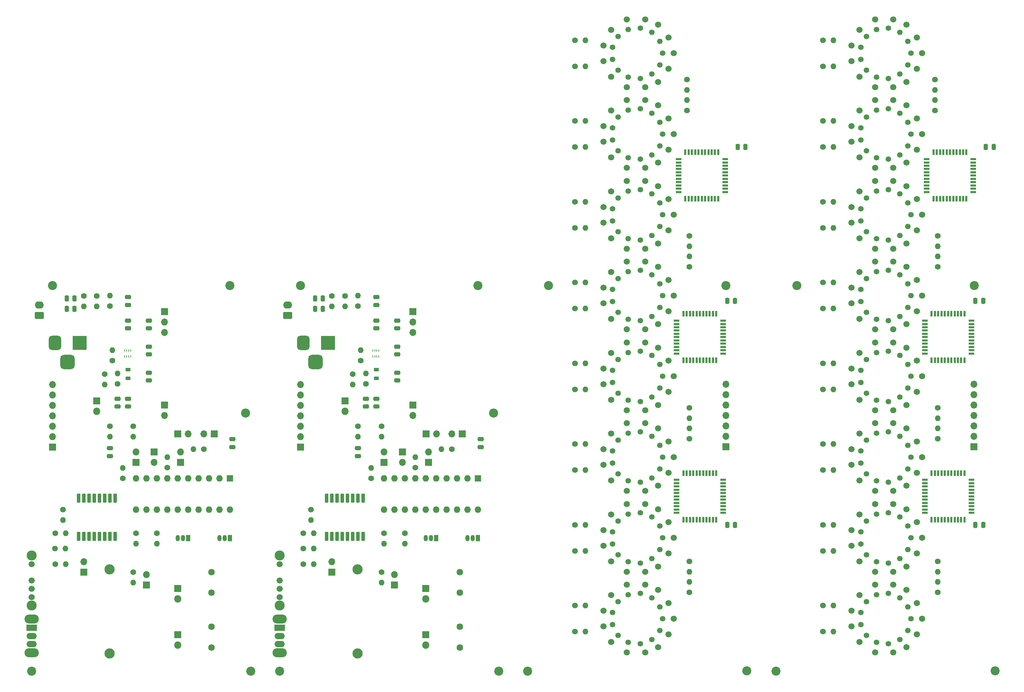
<source format=gts>
G04 #@! TF.GenerationSoftware,KiCad,Pcbnew,7.0.10*
G04 #@! TF.CreationDate,2024-06-25T17:36:47-05:00*
G04 #@! TF.ProjectId,DMClockPanel,444d436c-6f63-46b5-9061-6e656c2e6b69,rev?*
G04 #@! TF.SameCoordinates,Original*
G04 #@! TF.FileFunction,Soldermask,Top*
G04 #@! TF.FilePolarity,Negative*
%FSLAX46Y46*%
G04 Gerber Fmt 4.6, Leading zero omitted, Abs format (unit mm)*
G04 Created by KiCad (PCBNEW 7.0.10) date 2024-06-25 17:36:47*
%MOMM*%
%LPD*%
G01*
G04 APERTURE LIST*
G04 Aperture macros list*
%AMRoundRect*
0 Rectangle with rounded corners*
0 $1 Rounding radius*
0 $2 $3 $4 $5 $6 $7 $8 $9 X,Y pos of 4 corners*
0 Add a 4 corners polygon primitive as box body*
4,1,4,$2,$3,$4,$5,$6,$7,$8,$9,$2,$3,0*
0 Add four circle primitives for the rounded corners*
1,1,$1+$1,$2,$3*
1,1,$1+$1,$4,$5*
1,1,$1+$1,$6,$7*
1,1,$1+$1,$8,$9*
0 Add four rect primitives between the rounded corners*
20,1,$1+$1,$2,$3,$4,$5,0*
20,1,$1+$1,$4,$5,$6,$7,0*
20,1,$1+$1,$6,$7,$8,$9,0*
20,1,$1+$1,$8,$9,$2,$3,0*%
G04 Aperture macros list end*
%ADD10C,1.500000*%
%ADD11C,2.200000*%
%ADD12C,1.400000*%
%ADD13O,1.400000X1.400000*%
%ADD14C,1.612000*%
%ADD15R,1.700000X1.700000*%
%ADD16O,1.700000X1.700000*%
%ADD17R,1.050000X1.500000*%
%ADD18O,1.050000X1.500000*%
%ADD19C,1.346200*%
%ADD20R,0.500800X1.355600*%
%ADD21R,1.355600X0.500800*%
%ADD22R,1.800000X1.800000*%
%ADD23O,1.800000X1.800000*%
%ADD24RoundRect,0.250000X-0.250000X-0.475000X0.250000X-0.475000X0.250000X0.475000X-0.250000X0.475000X0*%
%ADD25R,3.500000X3.500000*%
%ADD26RoundRect,0.750000X-0.750000X-1.000000X0.750000X-1.000000X0.750000X1.000000X-0.750000X1.000000X0*%
%ADD27RoundRect,0.875000X-0.875000X-0.875000X0.875000X-0.875000X0.875000X0.875000X-0.875000X0.875000X0*%
%ADD28RoundRect,0.250000X0.250000X0.475000X-0.250000X0.475000X-0.250000X-0.475000X0.250000X-0.475000X0*%
%ADD29RoundRect,0.250000X-0.475000X0.250000X-0.475000X-0.250000X0.475000X-0.250000X0.475000X0.250000X0*%
%ADD30RoundRect,0.250000X0.845000X-0.620000X0.845000X0.620000X-0.845000X0.620000X-0.845000X-0.620000X0*%
%ADD31O,2.190000X1.740000*%
%ADD32R,1.600000X1.600000*%
%ADD33O,1.600000X1.600000*%
%ADD34C,1.512000*%
%ADD35C,2.454000*%
%ADD36RoundRect,0.250000X0.475000X-0.250000X0.475000X0.250000X-0.475000X0.250000X-0.475000X-0.250000X0*%
%ADD37R,0.250000X0.600000*%
%ADD38O,3.500000X2.200000*%
%ADD39R,2.500000X1.500000*%
%ADD40O,2.500000X1.500000*%
%ADD41C,2.484000*%
%ADD42RoundRect,0.099250X-0.297750X1.027750X-0.297750X-1.027750X0.297750X-1.027750X0.297750X1.027750X0*%
%ADD43RoundRect,0.218750X0.381250X-0.218750X0.381250X0.218750X-0.381250X0.218750X-0.381250X-0.218750X0*%
G04 APERTURE END LIST*
D10*
X223895805Y-65032799D03*
D11*
X72560000Y-84145000D03*
D12*
X109485000Y-118485000D03*
D13*
X109485000Y-121025000D03*
D11*
X24300000Y-178125000D03*
D12*
X156540805Y-89797799D03*
D13*
X159080805Y-89797799D03*
X219500805Y-50427799D03*
D12*
X216960805Y-50427799D03*
X102500000Y-105785000D03*
D13*
X102500000Y-108325000D03*
D10*
X173635805Y-35822799D03*
X173635805Y-134247799D03*
X229610805Y-38997799D03*
X179350805Y-63127799D03*
D14*
X128535000Y-172370000D03*
X128535000Y-167370000D03*
D10*
X241040805Y-165362799D03*
D12*
X184430805Y-72067799D03*
D13*
X184430805Y-74607799D03*
D15*
X59880000Y-120315000D03*
D16*
X62420000Y-120315000D03*
D17*
X72560001Y-145740001D03*
D18*
X71290001Y-145740001D03*
X70020001Y-145740001D03*
D13*
X219500805Y-30742799D03*
D12*
X216960805Y-30742799D03*
D13*
X219500805Y-83447799D03*
D12*
X216960805Y-83447799D03*
D13*
X219500805Y-129167799D03*
D12*
X216960805Y-129167799D03*
D19*
X237629585Y-168238079D03*
X237629585Y-162487519D03*
X238338245Y-165362799D03*
X232895025Y-171507059D03*
X229956245Y-171148919D03*
X227517845Y-169467439D03*
X226141165Y-166843619D03*
X226141165Y-163881979D03*
X227517845Y-161258159D03*
X229956245Y-159576679D03*
X232895025Y-159218539D03*
X235666165Y-160270099D03*
X235666165Y-170455499D03*
D10*
X173635805Y-75192799D03*
D15*
X68750000Y-120340000D03*
D16*
X66210000Y-120340000D03*
D15*
X89800000Y-123515000D03*
D16*
X89800000Y-120975000D03*
X89800000Y-118435000D03*
X89800000Y-115895000D03*
X89800000Y-113355000D03*
X89800000Y-110815000D03*
X89800000Y-108275000D03*
D12*
X117740001Y-128545000D03*
D13*
X117740001Y-126005000D03*
D12*
X156540805Y-168537799D03*
D13*
X159080805Y-168537799D03*
D19*
X237629585Y-30443079D03*
X237629585Y-24692519D03*
X238338245Y-27567799D03*
X232895025Y-33712059D03*
X229956245Y-33353919D03*
X227517845Y-31672439D03*
X226141165Y-29048619D03*
X226141165Y-26086979D03*
X227517845Y-23463159D03*
X229956245Y-21781679D03*
X232895025Y-21423539D03*
X235666165Y-22475099D03*
X235666165Y-32660499D03*
D10*
X229610805Y-58682799D03*
D20*
X243390805Y-129877201D03*
X244190806Y-129877201D03*
X244990805Y-129877201D03*
X245790806Y-129877201D03*
X246590804Y-129877201D03*
X247390805Y-129877201D03*
X248190806Y-129877201D03*
X248990804Y-129877201D03*
X249790805Y-129877201D03*
X250590804Y-129877201D03*
X251390805Y-129877201D03*
D21*
X253068604Y-131555000D03*
X253068604Y-132355001D03*
X253068604Y-133155000D03*
X253068604Y-133955001D03*
X253068604Y-134754999D03*
X253068604Y-135555000D03*
X253068604Y-136355001D03*
X253068604Y-137154999D03*
X253068604Y-137955000D03*
X253068604Y-138754999D03*
X253068604Y-139555000D03*
D20*
X251390805Y-141232799D03*
X250590804Y-141232799D03*
X249790805Y-141232799D03*
X248990804Y-141232799D03*
X248190806Y-141232799D03*
X247390805Y-141232799D03*
X246590804Y-141232799D03*
X245790806Y-141232799D03*
X244990805Y-141232799D03*
X244190806Y-141232799D03*
X243390805Y-141232799D03*
D21*
X241713006Y-139555000D03*
X241713006Y-138754999D03*
X241713006Y-137955000D03*
X241713006Y-137154999D03*
X241713006Y-136355001D03*
X241713006Y-135555000D03*
X241713006Y-134754999D03*
X241713006Y-133955001D03*
X241713006Y-133155000D03*
X241713006Y-132355001D03*
X241713006Y-131555000D03*
D10*
X241040805Y-145677799D03*
X229610805Y-35822799D03*
X234055805Y-94877799D03*
X163475805Y-104402799D03*
X239770805Y-110117799D03*
D12*
X156540805Y-122817799D03*
D13*
X159080805Y-122817799D03*
D10*
X169190805Y-75192799D03*
X234055805Y-117737799D03*
D15*
X49700002Y-127267091D03*
D16*
X49700002Y-124727091D03*
D11*
X89800000Y-84145000D03*
D15*
X114565002Y-124780000D03*
D16*
X114565002Y-127320000D03*
D12*
X103770000Y-89175000D03*
D13*
X103770000Y-86635000D03*
D22*
X59860000Y-169235000D03*
D23*
X59860000Y-171775000D03*
D10*
X169190805Y-137422799D03*
D24*
X255960805Y-87892799D03*
X254060805Y-87892799D03*
D10*
X234055805Y-134247799D03*
X176810805Y-59952799D03*
D12*
X49700001Y-144520001D03*
D13*
X49700001Y-147060001D03*
D10*
X180620805Y-47252799D03*
X241040805Y-106307799D03*
D12*
X183795805Y-41487799D03*
D13*
X183795805Y-38947799D03*
D10*
X179350805Y-110117799D03*
D25*
X96435000Y-98115000D03*
D26*
X90435000Y-98115000D03*
D27*
X93435000Y-102815000D03*
D10*
X225800805Y-61222799D03*
X180620805Y-145677799D03*
X169190805Y-173617799D03*
D28*
X95195000Y-87320000D03*
X93295000Y-87320000D03*
D10*
X225800805Y-80907799D03*
X229610805Y-78367799D03*
D29*
X108215000Y-87005000D03*
X108215000Y-88905000D03*
D13*
X219500805Y-103132799D03*
D12*
X216960805Y-103132799D03*
D10*
X169190805Y-157107799D03*
X169190805Y-55507799D03*
X165380805Y-72652799D03*
X165380805Y-100592799D03*
X165380805Y-61222799D03*
X176810805Y-99322799D03*
D19*
X237629585Y-148553079D03*
X237629585Y-142802519D03*
X238338245Y-145677799D03*
X232895025Y-151822059D03*
X229956245Y-151463919D03*
X227517845Y-149782439D03*
X226141165Y-147158619D03*
X226141165Y-144196979D03*
X227517845Y-141573159D03*
X229956245Y-139891679D03*
X232895025Y-139533539D03*
X235666165Y-140585099D03*
X235666165Y-150770499D03*
D10*
X241040805Y-86622799D03*
D12*
X43350000Y-118485000D03*
D13*
X43350000Y-121025000D03*
D19*
X237629585Y-128868079D03*
X237629585Y-123117519D03*
X238338245Y-125992799D03*
X232895025Y-132137059D03*
X229956245Y-131778919D03*
X227517845Y-130097439D03*
X226141165Y-127473619D03*
X226141165Y-124511979D03*
X227517845Y-121888159D03*
X229956245Y-120206679D03*
X232895025Y-119848539D03*
X235666165Y-120900099D03*
X235666165Y-131085499D03*
D12*
X103770000Y-118485000D03*
D13*
X103770000Y-121025000D03*
D15*
X112660000Y-157170000D03*
D16*
X112660000Y-154630000D03*
D29*
X52875000Y-105420000D03*
X52875000Y-107320000D03*
D10*
X234055805Y-78367799D03*
D12*
X54780001Y-144520001D03*
D13*
X54780001Y-147060001D03*
X219500805Y-142502799D03*
D12*
X216960805Y-142502799D03*
D11*
X138060000Y-178125000D03*
D19*
X175246165Y-91715499D03*
X175246165Y-81530099D03*
X172475025Y-80478539D03*
X169536245Y-80836679D03*
X167097845Y-82518159D03*
X165721165Y-85141979D03*
X165721165Y-88103619D03*
X167097845Y-90727439D03*
X169536245Y-92408919D03*
X172475025Y-92767059D03*
X177918245Y-86622799D03*
X177209585Y-83747519D03*
X177209585Y-89498079D03*
D10*
X223895805Y-45347799D03*
X169190805Y-78367799D03*
D30*
X26205000Y-91452500D03*
D31*
X26205000Y-88912500D03*
D15*
X110120002Y-127267091D03*
D16*
X110120002Y-124727091D03*
D15*
X193295805Y-123432799D03*
D16*
X193295805Y-120892799D03*
X193295805Y-118352799D03*
X193295805Y-115812799D03*
X193295805Y-113272799D03*
X193295805Y-110732799D03*
X193295805Y-108192799D03*
D22*
X120280001Y-158030001D03*
D23*
X120280001Y-160570001D03*
D12*
X100595000Y-86735000D03*
D13*
X100595000Y-89275000D03*
D32*
X132980001Y-131135001D03*
D33*
X130440001Y-131135001D03*
X127900001Y-131135001D03*
X125360001Y-131135001D03*
X122820001Y-131135001D03*
X120280001Y-131135001D03*
X117740001Y-131135001D03*
X115200001Y-131135001D03*
X112660001Y-131135001D03*
X110120001Y-131135001D03*
X110120001Y-138755001D03*
X112660001Y-138755001D03*
X115200001Y-138755001D03*
X117740001Y-138755001D03*
X120280001Y-138755001D03*
X122820001Y-138755001D03*
X125360001Y-138755001D03*
X127900001Y-138755001D03*
X130440001Y-138755001D03*
X132980001Y-138755001D03*
D22*
X120280000Y-169235000D03*
D23*
X120280000Y-171775000D03*
D10*
X237230805Y-132977799D03*
X239770805Y-122182799D03*
D19*
X237629585Y-69813079D03*
X237629585Y-64062519D03*
X238338245Y-66937799D03*
X232895025Y-73082059D03*
X229956245Y-72723919D03*
X227517845Y-71042439D03*
X226141165Y-68418619D03*
X226141165Y-65456979D03*
X227517845Y-62833159D03*
X229956245Y-61151679D03*
X232895025Y-60793539D03*
X235666165Y-61845099D03*
X235666165Y-72030499D03*
D10*
X223895805Y-84717799D03*
X237230805Y-113292799D03*
X165380805Y-131707799D03*
D34*
X84720000Y-152090000D03*
X84720000Y-156090000D03*
X84720000Y-158090000D03*
X84720000Y-160090000D03*
D35*
X84720000Y-149990000D03*
X84720000Y-162190000D03*
D10*
X169190805Y-38997799D03*
D12*
X45255000Y-108175000D03*
D13*
X45255000Y-105635000D03*
D11*
X150140805Y-84148203D03*
D12*
X30015000Y-148280000D03*
D13*
X32555000Y-148280000D03*
D10*
X176810805Y-138692799D03*
X180620805Y-125992799D03*
D19*
X175246165Y-52345499D03*
X175246165Y-42160099D03*
X172475025Y-41108539D03*
X169536245Y-41466679D03*
X167097845Y-43148159D03*
X165721165Y-45771979D03*
X165721165Y-48733619D03*
X167097845Y-51357439D03*
X169536245Y-53038919D03*
X172475025Y-53397059D03*
X177918245Y-47252799D03*
X177209585Y-44377519D03*
X177209585Y-50128079D03*
D10*
X179350805Y-23757799D03*
D15*
X37000000Y-154000001D03*
D16*
X37000000Y-151460001D03*
D10*
X225800805Y-120277799D03*
D34*
X24300000Y-152090000D03*
X24300000Y-156090000D03*
X24300000Y-158090000D03*
X24300000Y-160090000D03*
D35*
X24300000Y-149990000D03*
X24300000Y-162190000D03*
D10*
X173635805Y-58682799D03*
D13*
X219500805Y-122817799D03*
D12*
X216960805Y-122817799D03*
D10*
X179350805Y-51062799D03*
D11*
X198400805Y-178062799D03*
D10*
X163475805Y-124087799D03*
D12*
X90485000Y-152090000D03*
D13*
X93025000Y-152090000D03*
D19*
X175246165Y-170455499D03*
X175246165Y-160270099D03*
X172475025Y-159218539D03*
X169536245Y-159576679D03*
X167097845Y-161258159D03*
X165721165Y-163881979D03*
X165721165Y-166843619D03*
X167097845Y-169467439D03*
X169536245Y-171148919D03*
X172475025Y-171507059D03*
X177918245Y-165362799D03*
X177209585Y-162487519D03*
X177209585Y-168238079D03*
D12*
X156540805Y-83447799D03*
D13*
X159080805Y-83447799D03*
D10*
X223895805Y-143772799D03*
X179350805Y-102497799D03*
D11*
X193320805Y-84148203D03*
D10*
X239770805Y-161552799D03*
D12*
X31920000Y-138755000D03*
D13*
X31920000Y-141295000D03*
D10*
X241040805Y-125992799D03*
X241040805Y-47252799D03*
X234055805Y-75192799D03*
X237230805Y-138692799D03*
X225800805Y-112022799D03*
D13*
X219500805Y-24392799D03*
D12*
X216960805Y-24392799D03*
D19*
X237629585Y-50128079D03*
X237629585Y-44377519D03*
X238338245Y-47252799D03*
X232895025Y-53397059D03*
X229956245Y-53038919D03*
X227517845Y-51357439D03*
X226141165Y-48733619D03*
X226141165Y-45771979D03*
X227517845Y-43148159D03*
X229956245Y-41466679D03*
X232895025Y-41108539D03*
X235666165Y-42160099D03*
X235666165Y-52345499D03*
D12*
X97420000Y-86735000D03*
D13*
X97420000Y-89275000D03*
D29*
X52875000Y-92720000D03*
X52875000Y-94620000D03*
D15*
X97420000Y-154000001D03*
D16*
X97420000Y-151460001D03*
D10*
X239770805Y-141867799D03*
D12*
X184430805Y-113977799D03*
D13*
X184430805Y-116517799D03*
D12*
X105675000Y-108175000D03*
D13*
X105675000Y-105635000D03*
D12*
X49065000Y-118485000D03*
D13*
X49065000Y-121025000D03*
D10*
X169190805Y-19312799D03*
D11*
X205480805Y-178128203D03*
D19*
X175246165Y-111400499D03*
X175246165Y-101215099D03*
X172475025Y-100163539D03*
X169536245Y-100521679D03*
X167097845Y-102203159D03*
X165721165Y-104826979D03*
X165721165Y-107788619D03*
X167097845Y-110412439D03*
X169536245Y-112093919D03*
X172475025Y-112452059D03*
X177918245Y-106307799D03*
X177209585Y-103432519D03*
X177209585Y-109183079D03*
D10*
X163475805Y-68842799D03*
X225800805Y-131707799D03*
X169190805Y-94877799D03*
D12*
X92340000Y-138755000D03*
D13*
X92340000Y-141295000D03*
D10*
X234055805Y-38997799D03*
X179350805Y-149487799D03*
X173635805Y-98052799D03*
X180620805Y-86622799D03*
D12*
X30065000Y-152090000D03*
D13*
X32605000Y-152090000D03*
D10*
X239770805Y-149487799D03*
X225800805Y-21852799D03*
X229610805Y-157107799D03*
D29*
X113295000Y-99070000D03*
X113295000Y-100970000D03*
D10*
X165380805Y-21852799D03*
D16*
X253715805Y-108192799D03*
X253715805Y-110732799D03*
X253715805Y-113272799D03*
X253715805Y-115812799D03*
X253715805Y-118352799D03*
X253715805Y-120892799D03*
D15*
X253715805Y-123432799D03*
D13*
X244850805Y-153982799D03*
D12*
X244850805Y-151442799D03*
D10*
X239770805Y-43442799D03*
D15*
X29380000Y-123515000D03*
D16*
X29380000Y-120975000D03*
X29380000Y-118435000D03*
X29380000Y-115895000D03*
X29380000Y-113355000D03*
X29380000Y-110815000D03*
X29380000Y-108275000D03*
D10*
X237230805Y-119007799D03*
X239770805Y-82812799D03*
D15*
X117105000Y-113350000D03*
D16*
X117105000Y-115890000D03*
D15*
X120300000Y-120315000D03*
D16*
X122840000Y-120315000D03*
D12*
X115200001Y-144520001D03*
D13*
X115200001Y-147060001D03*
D15*
X52240000Y-157170000D03*
D16*
X52240000Y-154630000D03*
D10*
X229610805Y-98052799D03*
X176810805Y-113292799D03*
X176810805Y-54237799D03*
D11*
X132980000Y-84145000D03*
D10*
X180620805Y-106307799D03*
D24*
X258500805Y-50427799D03*
X256600805Y-50427799D03*
D10*
X223895805Y-68842799D03*
X163475805Y-65032799D03*
D36*
X43350000Y-125735000D03*
X43350000Y-123835000D03*
X133615000Y-123515000D03*
X133615000Y-121615000D03*
D17*
X132980001Y-145740001D03*
D18*
X131710001Y-145740001D03*
X130440001Y-145740001D03*
D10*
X229610805Y-55507799D03*
X173635805Y-153932799D03*
X239770805Y-129802799D03*
D24*
X93295000Y-89860000D03*
X95195000Y-89860000D03*
D17*
X122820001Y-145740001D03*
D18*
X121550001Y-145740001D03*
X120280001Y-145740001D03*
D12*
X156540805Y-44077799D03*
D13*
X159080805Y-44077799D03*
D10*
X176810805Y-172347799D03*
X165380805Y-33282799D03*
D17*
X62400001Y-145740001D03*
D18*
X61130001Y-145740001D03*
X59860001Y-145740001D03*
D12*
X156540805Y-70112799D03*
D13*
X159080805Y-70112799D03*
D29*
X108215000Y-92720000D03*
X108215000Y-94620000D03*
D10*
X173635805Y-157107799D03*
X176810805Y-93607799D03*
X179350805Y-82812799D03*
X234055805Y-173617799D03*
D21*
X181293006Y-92745598D03*
X181293006Y-93545599D03*
X181293006Y-94345598D03*
X181293006Y-95145599D03*
X181293006Y-95945597D03*
X181293006Y-96745598D03*
X181293006Y-97545599D03*
X181293006Y-98345597D03*
X181293006Y-99145598D03*
X181293006Y-99945597D03*
X181293006Y-100745598D03*
D20*
X182970805Y-102423397D03*
X183770806Y-102423397D03*
X184570805Y-102423397D03*
X185370806Y-102423397D03*
X186170804Y-102423397D03*
X186970805Y-102423397D03*
X187770806Y-102423397D03*
X188570804Y-102423397D03*
X189370805Y-102423397D03*
X190170804Y-102423397D03*
X190970805Y-102423397D03*
D21*
X192648604Y-100745598D03*
X192648604Y-99945597D03*
X192648604Y-99145598D03*
X192648604Y-98345597D03*
X192648604Y-97545599D03*
X192648604Y-96745598D03*
X192648604Y-95945597D03*
X192648604Y-95145599D03*
X192648604Y-94345598D03*
X192648604Y-93545599D03*
X192648604Y-92745598D03*
D20*
X190970805Y-91067799D03*
X190170804Y-91067799D03*
X189370805Y-91067799D03*
X188570804Y-91067799D03*
X187770806Y-91067799D03*
X186970805Y-91067799D03*
X186170804Y-91067799D03*
X185370806Y-91067799D03*
X184570805Y-91067799D03*
X183770806Y-91067799D03*
X182970805Y-91067799D03*
D11*
X84720000Y-178125000D03*
D12*
X109485000Y-154045000D03*
D13*
X109485000Y-156585000D03*
D10*
X234055805Y-55507799D03*
D15*
X129170000Y-120340000D03*
D16*
X126630000Y-120340000D03*
D11*
X77640000Y-178125000D03*
D10*
X173635805Y-114562799D03*
X169190805Y-117737799D03*
D37*
X46930000Y-101420000D03*
X47430000Y-101420000D03*
X47930000Y-101420000D03*
X48430000Y-101420000D03*
X48430000Y-100020000D03*
X47930000Y-100020000D03*
X47430000Y-100020000D03*
X46930000Y-100020000D03*
D13*
X244850805Y-74607799D03*
D12*
X244850805Y-72067799D03*
D10*
X176810805Y-119007799D03*
X237230805Y-158377799D03*
X169190805Y-58682799D03*
D12*
X42080000Y-105785000D03*
D13*
X42080000Y-108325000D03*
D36*
X108215000Y-113670000D03*
X108215000Y-111770000D03*
D10*
X163475805Y-84717799D03*
X225800805Y-171077799D03*
D14*
X68115001Y-158995000D03*
X68115001Y-153995000D03*
D10*
X229610805Y-94877799D03*
D19*
X175246165Y-131085499D03*
X175246165Y-120900099D03*
X172475025Y-119848539D03*
X169536245Y-120206679D03*
X167097845Y-121888159D03*
X165721165Y-124511979D03*
X165721165Y-127473619D03*
X167097845Y-130097439D03*
X169536245Y-131778919D03*
X172475025Y-132137059D03*
X177918245Y-125992799D03*
X177209585Y-123117519D03*
X177209585Y-128868079D03*
D10*
X234055805Y-137422799D03*
D11*
X210560805Y-84148203D03*
D10*
X225800805Y-139962799D03*
D11*
X136790000Y-115260000D03*
D12*
X126625001Y-124087091D03*
D13*
X124085001Y-124087091D03*
D10*
X165380805Y-92337799D03*
D12*
X49065000Y-154045000D03*
D13*
X49065000Y-156585000D03*
D10*
X176810805Y-40267799D03*
X225800805Y-159647799D03*
D24*
X196180805Y-50427799D03*
X198080805Y-50427799D03*
D15*
X120960001Y-127262091D03*
D16*
X120960001Y-124722091D03*
D10*
X176810805Y-79637799D03*
X163475805Y-88527799D03*
X163475805Y-127897799D03*
X223895805Y-167267799D03*
X176810805Y-20582799D03*
X241040805Y-27567799D03*
X179350805Y-129802799D03*
D19*
X237629585Y-109183079D03*
X237629585Y-103432519D03*
X238338245Y-106307799D03*
X232895025Y-112452059D03*
X229956245Y-112093919D03*
X227517845Y-110412439D03*
X226141165Y-107788619D03*
X226141165Y-104826979D03*
X227517845Y-102203159D03*
X229956245Y-100521679D03*
X232895025Y-100163539D03*
X235666165Y-101215099D03*
X235666165Y-111400499D03*
D10*
X237230805Y-54237799D03*
D12*
X156540805Y-162187799D03*
D13*
X159080805Y-162187799D03*
D19*
X175246165Y-150770499D03*
X175246165Y-140585099D03*
X172475025Y-139533539D03*
X169536245Y-139891679D03*
X167097845Y-141573159D03*
X165721165Y-144196979D03*
X165721165Y-147158619D03*
X167097845Y-149782439D03*
X169536245Y-151463919D03*
X172475025Y-151822059D03*
X177918245Y-145677799D03*
X177209585Y-142802519D03*
X177209585Y-148553079D03*
D10*
X179350805Y-43442799D03*
X165380805Y-159647799D03*
X169190805Y-35822799D03*
X163475805Y-163457799D03*
D12*
X57320001Y-128545000D03*
D13*
X57320001Y-126005000D03*
D10*
X180620805Y-165362799D03*
D36*
X103770000Y-125735000D03*
X103770000Y-123835000D03*
D21*
X181763005Y-53375598D03*
X181763005Y-54175599D03*
X181763005Y-54975598D03*
X181763005Y-55775599D03*
X181763005Y-56575597D03*
X181763005Y-57375598D03*
X181763005Y-58175599D03*
X181763005Y-58975597D03*
X181763005Y-59775598D03*
X181763005Y-60575597D03*
X181763005Y-61375598D03*
D20*
X183440804Y-63053397D03*
X184240805Y-63053397D03*
X185040804Y-63053397D03*
X185840805Y-63053397D03*
X186640803Y-63053397D03*
X187440804Y-63053397D03*
X188240805Y-63053397D03*
X189040803Y-63053397D03*
X189840804Y-63053397D03*
X190640803Y-63053397D03*
X191440804Y-63053397D03*
D21*
X193118603Y-61375598D03*
X193118603Y-60575597D03*
X193118603Y-59775598D03*
X193118603Y-58975597D03*
X193118603Y-58175599D03*
X193118603Y-57375598D03*
X193118603Y-56575597D03*
X193118603Y-55775599D03*
X193118603Y-54975598D03*
X193118603Y-54175599D03*
X193118603Y-53375598D03*
D20*
X191440804Y-51697799D03*
X190640803Y-51697799D03*
X189840804Y-51697799D03*
X189040803Y-51697799D03*
X188240805Y-51697799D03*
X187440804Y-51697799D03*
X186640803Y-51697799D03*
X185840805Y-51697799D03*
X185040804Y-51697799D03*
X184240805Y-51697799D03*
X183440804Y-51697799D03*
D10*
X173635805Y-19312799D03*
D11*
X29380000Y-84145000D03*
D10*
X165380805Y-80907799D03*
X179350805Y-90432799D03*
D13*
X219500805Y-109482799D03*
D12*
X216960805Y-109482799D03*
D10*
X163475805Y-167267799D03*
X234055805Y-114562799D03*
D12*
X90485000Y-144520000D03*
D13*
X93025000Y-144520000D03*
D12*
X156540805Y-63762799D03*
D13*
X159080805Y-63762799D03*
D10*
X229610805Y-117737799D03*
D21*
X181293006Y-131555000D03*
X181293006Y-132355001D03*
X181293006Y-133155000D03*
X181293006Y-133955001D03*
X181293006Y-134754999D03*
X181293006Y-135555000D03*
X181293006Y-136355001D03*
X181293006Y-137154999D03*
X181293006Y-137955000D03*
X181293006Y-138754999D03*
X181293006Y-139555000D03*
D20*
X182970805Y-141232799D03*
X183770806Y-141232799D03*
X184570805Y-141232799D03*
X185370806Y-141232799D03*
X186170804Y-141232799D03*
X186970805Y-141232799D03*
X187770806Y-141232799D03*
X188570804Y-141232799D03*
X189370805Y-141232799D03*
X190170804Y-141232799D03*
X190970805Y-141232799D03*
D21*
X192648604Y-139555000D03*
X192648604Y-138754999D03*
X192648604Y-137955000D03*
X192648604Y-137154999D03*
X192648604Y-136355001D03*
X192648604Y-135555000D03*
X192648604Y-134754999D03*
X192648604Y-133955001D03*
X192648604Y-133155000D03*
X192648604Y-132355001D03*
X192648604Y-131555000D03*
D20*
X190970805Y-129877201D03*
X190170804Y-129877201D03*
X189370805Y-129877201D03*
X188570804Y-129877201D03*
X187770806Y-129877201D03*
X186970805Y-129877201D03*
X186170804Y-129877201D03*
X185370806Y-129877201D03*
X184570805Y-129877201D03*
X183770806Y-129877201D03*
X182970805Y-129877201D03*
D13*
X219500805Y-63762799D03*
D12*
X216960805Y-63762799D03*
D10*
X237230805Y-152662799D03*
D14*
X68115000Y-172370000D03*
X68115000Y-167370000D03*
D10*
X225800805Y-72652799D03*
D12*
X184430805Y-151442799D03*
D13*
X184430805Y-153982799D03*
D12*
X43985000Y-102510000D03*
D13*
X43985000Y-99970000D03*
D10*
X229610805Y-19312799D03*
X237230805Y-34552799D03*
X165380805Y-52967799D03*
X225800805Y-33282799D03*
X237230805Y-20582799D03*
D11*
X76370000Y-115260000D03*
D36*
X47795000Y-113670000D03*
X47795000Y-111770000D03*
D12*
X156540805Y-50427799D03*
D13*
X159080805Y-50427799D03*
D10*
X223895805Y-49157799D03*
D12*
X156540805Y-24392799D03*
D13*
X159080805Y-24392799D03*
D12*
X37000000Y-86735000D03*
D13*
X37000000Y-89275000D03*
D10*
X241040805Y-66937799D03*
X179350805Y-161552799D03*
X229610805Y-137422799D03*
D38*
X24300000Y-165480000D03*
X24300000Y-173680000D03*
D39*
X24300000Y-167580000D03*
D40*
X24300000Y-169580000D03*
X24300000Y-171580000D03*
D24*
X193640805Y-142502799D03*
X195540805Y-142502799D03*
D10*
X179350805Y-122182799D03*
X239770805Y-31377799D03*
D12*
X184430805Y-79587799D03*
D13*
X184430805Y-77047799D03*
D10*
X229610805Y-173617799D03*
D29*
X52875000Y-99070000D03*
X52875000Y-100970000D03*
D12*
X156540805Y-142502799D03*
D13*
X159080805Y-142502799D03*
D10*
X225800805Y-41537799D03*
X176810805Y-152662799D03*
X173635805Y-117737799D03*
X234055805Y-157107799D03*
D29*
X45255000Y-111770000D03*
X45255000Y-113670000D03*
D24*
X255960805Y-142502799D03*
X254060805Y-142502799D03*
D10*
X223895805Y-108212799D03*
D30*
X86625000Y-91452500D03*
D31*
X86625000Y-88912500D03*
D10*
X237230805Y-79637799D03*
D12*
X46525000Y-131135000D03*
D13*
X46525000Y-128595000D03*
D10*
X163475805Y-45347799D03*
X223895805Y-147582799D03*
X223895805Y-104402799D03*
X165380805Y-112022799D03*
D11*
X145060805Y-178128203D03*
D10*
X239770805Y-169172799D03*
X225800805Y-52967799D03*
D24*
X32875000Y-89860000D03*
X34775000Y-89860000D03*
D10*
X234055805Y-19312799D03*
D15*
X56685000Y-90495000D03*
D16*
X56685000Y-93035000D03*
X56685000Y-95575000D03*
D10*
X223895805Y-163457799D03*
X234055805Y-98052799D03*
X223895805Y-124087799D03*
D12*
X184430805Y-158962799D03*
D13*
X184430805Y-156422799D03*
D38*
X84720000Y-165480000D03*
X84720000Y-173680000D03*
D39*
X84720000Y-167580000D03*
D40*
X84720000Y-169580000D03*
X84720000Y-171580000D03*
D10*
X176810805Y-132977799D03*
D15*
X56685000Y-113350000D03*
D16*
X56685000Y-115890000D03*
D10*
X179350805Y-70747799D03*
X176810805Y-158377799D03*
X223895805Y-25662799D03*
D41*
X43270804Y-173850000D03*
X43270804Y-153360000D03*
D19*
X175246165Y-72030499D03*
X175246165Y-61845099D03*
X172475025Y-60793539D03*
X169536245Y-61151679D03*
X167097845Y-62833159D03*
X165721165Y-65456979D03*
X165721165Y-68418619D03*
X167097845Y-71042439D03*
X169536245Y-72723919D03*
X172475025Y-73082059D03*
X177918245Y-66937799D03*
X177209585Y-64062519D03*
X177209585Y-69813079D03*
D41*
X103690804Y-173850000D03*
X103690804Y-153360000D03*
D10*
X239770805Y-23757799D03*
D11*
X253740805Y-84148203D03*
D10*
X223895805Y-127897799D03*
D12*
X156540805Y-103132799D03*
D13*
X159080805Y-103132799D03*
X244850805Y-118957799D03*
D12*
X244850805Y-121497799D03*
X183795805Y-33967799D03*
D13*
X183795805Y-36507799D03*
D10*
X165380805Y-151392799D03*
X169190805Y-98052799D03*
D13*
X219500805Y-70112799D03*
D12*
X216960805Y-70112799D03*
D29*
X113295000Y-105420000D03*
X113295000Y-107320000D03*
D10*
X237230805Y-172347799D03*
X237230805Y-59952799D03*
D22*
X59860001Y-158030001D03*
D23*
X59860001Y-160570001D03*
D20*
X243390805Y-91067799D03*
X244190806Y-91067799D03*
X244990805Y-91067799D03*
X245790806Y-91067799D03*
X246590804Y-91067799D03*
X247390805Y-91067799D03*
X248190806Y-91067799D03*
X248990804Y-91067799D03*
X249790805Y-91067799D03*
X250590804Y-91067799D03*
X251390805Y-91067799D03*
D21*
X253068604Y-92745598D03*
X253068604Y-93545599D03*
X253068604Y-94345598D03*
X253068604Y-95145599D03*
X253068604Y-95945597D03*
X253068604Y-96745598D03*
X253068604Y-97545599D03*
X253068604Y-98345597D03*
X253068604Y-99145598D03*
X253068604Y-99945597D03*
X253068604Y-100745598D03*
D20*
X251390805Y-102423397D03*
X250590804Y-102423397D03*
X249790805Y-102423397D03*
X248990804Y-102423397D03*
X248190806Y-102423397D03*
X247390805Y-102423397D03*
X246590804Y-102423397D03*
X245790806Y-102423397D03*
X244990805Y-102423397D03*
X244190806Y-102423397D03*
X243390805Y-102423397D03*
D21*
X241713006Y-100745598D03*
X241713006Y-99945597D03*
X241713006Y-99145598D03*
X241713006Y-98345597D03*
X241713006Y-97545599D03*
X241713006Y-96745598D03*
X241713006Y-95945597D03*
X241713006Y-95145599D03*
X241713006Y-94345598D03*
X241713006Y-93545599D03*
X241713006Y-92745598D03*
D10*
X237230805Y-99322799D03*
X229610805Y-134247799D03*
D13*
X219500805Y-89797799D03*
D12*
X216960805Y-89797799D03*
D19*
X175246165Y-32660499D03*
X175246165Y-22475099D03*
X172475025Y-21423539D03*
X169536245Y-21781679D03*
X167097845Y-23463159D03*
X165721165Y-26086979D03*
X165721165Y-29048619D03*
X167097845Y-31672439D03*
X169536245Y-33353919D03*
X172475025Y-33712059D03*
X177918245Y-27567799D03*
X177209585Y-24692519D03*
X177209585Y-30443079D03*
D10*
X234055805Y-58682799D03*
D11*
X258820805Y-178062799D03*
D10*
X179350805Y-169172799D03*
D13*
X219500805Y-44077799D03*
D12*
X216960805Y-44077799D03*
D29*
X105675000Y-111770000D03*
X105675000Y-113670000D03*
D25*
X36015000Y-98115000D03*
D26*
X30015000Y-98115000D03*
D27*
X33015000Y-102815000D03*
D10*
X234055805Y-35822799D03*
D15*
X117105000Y-90495000D03*
D16*
X117105000Y-93035000D03*
X117105000Y-95575000D03*
D12*
X156540805Y-148852799D03*
D13*
X159080805Y-148852799D03*
D22*
X100595000Y-112310000D03*
D23*
X100595000Y-114850000D03*
D12*
X30065000Y-144520000D03*
D13*
X32605000Y-144520000D03*
D10*
X163475805Y-143772799D03*
X165380805Y-120277799D03*
D37*
X107350000Y-101420000D03*
X107850000Y-101420000D03*
X108350000Y-101420000D03*
X108850000Y-101420000D03*
X108850000Y-100020000D03*
X108350000Y-100020000D03*
X107850000Y-100020000D03*
X107350000Y-100020000D03*
D29*
X47795000Y-92720000D03*
X47795000Y-94620000D03*
D10*
X229610805Y-153932799D03*
D29*
X113295000Y-92720000D03*
X113295000Y-94620000D03*
D10*
X223895805Y-29472799D03*
X225800805Y-151392799D03*
X239770805Y-63127799D03*
X225800805Y-92337799D03*
D20*
X243860804Y-51697799D03*
X244660805Y-51697799D03*
X245460804Y-51697799D03*
X246260805Y-51697799D03*
X247060803Y-51697799D03*
X247860804Y-51697799D03*
X248660805Y-51697799D03*
X249460803Y-51697799D03*
X250260804Y-51697799D03*
X251060803Y-51697799D03*
X251860804Y-51697799D03*
D21*
X253538603Y-53375598D03*
X253538603Y-54175599D03*
X253538603Y-54975598D03*
X253538603Y-55775599D03*
X253538603Y-56575597D03*
X253538603Y-57375598D03*
X253538603Y-58175599D03*
X253538603Y-58975597D03*
X253538603Y-59775598D03*
X253538603Y-60575597D03*
X253538603Y-61375598D03*
D20*
X251860804Y-63053397D03*
X251060803Y-63053397D03*
X250260804Y-63053397D03*
X249460803Y-63053397D03*
X248660805Y-63053397D03*
X247860804Y-63053397D03*
X247060803Y-63053397D03*
X246260805Y-63053397D03*
X245460804Y-63053397D03*
X244660805Y-63053397D03*
X243860804Y-63053397D03*
D21*
X242183005Y-61375598D03*
X242183005Y-60575597D03*
X242183005Y-59775598D03*
X242183005Y-58975597D03*
X242183005Y-58175599D03*
X242183005Y-57375598D03*
X242183005Y-56575597D03*
X242183005Y-55775599D03*
X242183005Y-54975598D03*
X242183005Y-54175599D03*
X242183005Y-53375598D03*
D12*
X184430805Y-121497799D03*
D13*
X184430805Y-118957799D03*
D12*
X66205001Y-124087091D03*
D13*
X63665001Y-124087091D03*
D10*
X234055805Y-153932799D03*
D13*
X219500805Y-168537799D03*
D12*
X216960805Y-168537799D03*
D10*
X179350805Y-31377799D03*
X173635805Y-137422799D03*
X239770805Y-90432799D03*
D13*
X244215805Y-38947799D03*
D12*
X244215805Y-41487799D03*
D10*
X239770805Y-102497799D03*
X169190805Y-153932799D03*
X229610805Y-114562799D03*
X239770805Y-51062799D03*
D12*
X110120001Y-144520001D03*
D13*
X110120001Y-147060001D03*
D42*
X44620002Y-136005000D03*
X43350002Y-136005000D03*
X42080002Y-136005000D03*
X40810002Y-136005000D03*
X39540002Y-136005000D03*
X38270002Y-136005000D03*
X37000002Y-136005000D03*
X35730002Y-136005000D03*
X35730002Y-145315000D03*
X37000002Y-145315000D03*
X38270002Y-145315000D03*
X39540002Y-145315000D03*
X40810002Y-145315000D03*
X42080002Y-145315000D03*
X43350002Y-145315000D03*
X44620002Y-145315000D03*
D10*
X180620805Y-27567799D03*
D13*
X219500805Y-148852799D03*
D12*
X216960805Y-148852799D03*
D15*
X54145002Y-124780000D03*
D16*
X54145002Y-127320000D03*
D10*
X229610805Y-75192799D03*
X169190805Y-134247799D03*
X173635805Y-94877799D03*
X173635805Y-173617799D03*
X179350805Y-141867799D03*
D13*
X244850805Y-116517799D03*
D12*
X244850805Y-113977799D03*
D10*
X165380805Y-41537799D03*
D28*
X34775000Y-87320000D03*
X32875000Y-87320000D03*
D10*
X163475805Y-25662799D03*
D19*
X237629585Y-89498079D03*
X237629585Y-83747519D03*
X238338245Y-86622799D03*
X232895025Y-92767059D03*
X229956245Y-92408919D03*
X227517845Y-90727439D03*
X226141165Y-88103619D03*
X226141165Y-85141979D03*
X227517845Y-82518159D03*
X229956245Y-80836679D03*
X232895025Y-80478539D03*
X235666165Y-81530099D03*
X235666165Y-91715499D03*
D36*
X73195000Y-123515000D03*
X73195000Y-121615000D03*
D12*
X90435000Y-148280000D03*
D13*
X92975000Y-148280000D03*
D12*
X106945000Y-131135000D03*
D13*
X106945000Y-128595000D03*
D14*
X128535001Y-158995000D03*
X128535001Y-153995000D03*
D32*
X72560001Y-131135001D03*
D33*
X70020001Y-131135001D03*
X67480001Y-131135001D03*
X64940001Y-131135001D03*
X62400001Y-131135001D03*
X59860001Y-131135001D03*
X57320001Y-131135001D03*
X54780001Y-131135001D03*
X52240001Y-131135001D03*
X49700001Y-131135001D03*
X49700001Y-138755001D03*
X52240001Y-138755001D03*
X54780001Y-138755001D03*
X57320001Y-138755001D03*
X59860001Y-138755001D03*
X62400001Y-138755001D03*
X64940001Y-138755001D03*
X67480001Y-138755001D03*
X70020001Y-138755001D03*
X72560001Y-138755001D03*
D24*
X193640805Y-87892799D03*
X195540805Y-87892799D03*
D10*
X163475805Y-147582799D03*
D12*
X104405000Y-102510000D03*
D13*
X104405000Y-99970000D03*
D10*
X237230805Y-73922799D03*
X239770805Y-70747799D03*
X223895805Y-88527799D03*
X163475805Y-108212799D03*
X165380805Y-171077799D03*
X176810805Y-73922799D03*
D13*
X219500805Y-162187799D03*
D12*
X216960805Y-162187799D03*
D22*
X40175000Y-112310000D03*
D23*
X40175000Y-114850000D03*
D10*
X165380805Y-139962799D03*
D12*
X40175000Y-86735000D03*
D13*
X40175000Y-89275000D03*
D10*
X173635805Y-55507799D03*
D13*
X244215805Y-36507799D03*
D12*
X244215805Y-33967799D03*
X156540805Y-30742799D03*
D13*
X159080805Y-30742799D03*
D10*
X173635805Y-38997799D03*
D43*
X108215000Y-106797500D03*
X108215000Y-104672500D03*
D12*
X156540805Y-109482799D03*
D13*
X159080805Y-109482799D03*
D10*
X225800805Y-100592799D03*
X169190805Y-114562799D03*
D12*
X156540805Y-129167799D03*
D13*
X159080805Y-129167799D03*
D10*
X237230805Y-93607799D03*
X163475805Y-49157799D03*
X237230805Y-40267799D03*
D29*
X47795000Y-87005000D03*
X47795000Y-88905000D03*
D13*
X244850805Y-156422799D03*
D12*
X244850805Y-158962799D03*
D10*
X180620805Y-66937799D03*
X163475805Y-29472799D03*
D15*
X60540001Y-127262091D03*
D16*
X60540001Y-124722091D03*
D10*
X176810805Y-34552799D03*
X173635805Y-78367799D03*
D12*
X43350000Y-89175000D03*
D13*
X43350000Y-86635000D03*
D43*
X47795000Y-106797500D03*
X47795000Y-104672500D03*
D42*
X105040002Y-136005000D03*
X103770002Y-136005000D03*
X102500002Y-136005000D03*
X101230002Y-136005000D03*
X99960002Y-136005000D03*
X98690002Y-136005000D03*
X97420002Y-136005000D03*
X96150002Y-136005000D03*
X96150002Y-145315000D03*
X97420002Y-145315000D03*
X98690002Y-145315000D03*
X99960002Y-145315000D03*
X101230002Y-145315000D03*
X102500002Y-145315000D03*
X103770002Y-145315000D03*
X105040002Y-145315000D03*
D13*
X244850805Y-77047799D03*
D12*
X244850805Y-79587799D03*
M02*

</source>
